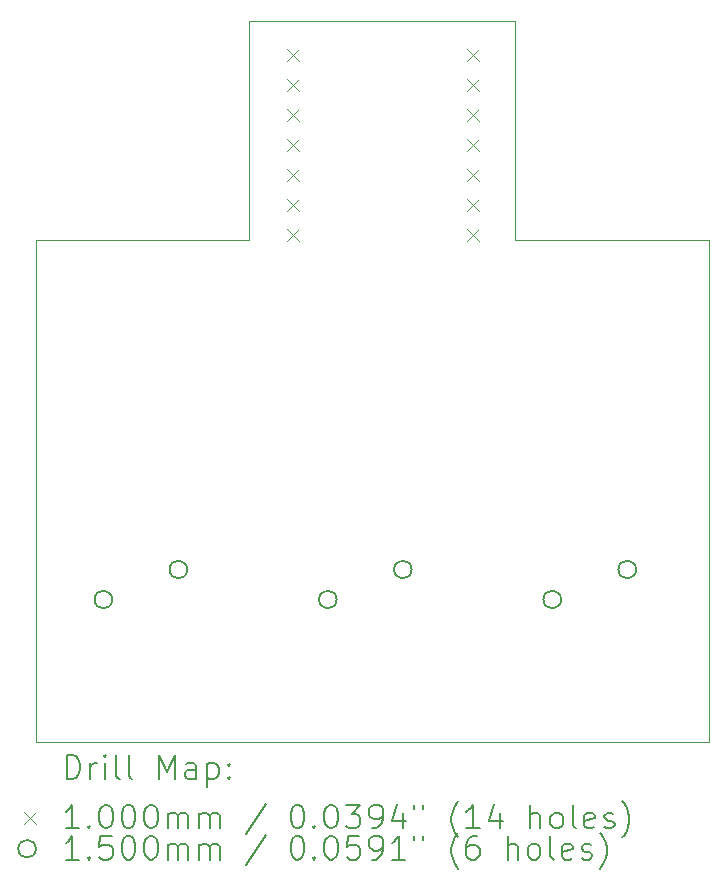
<source format=gbr>
%TF.GenerationSoftware,KiCad,Pcbnew,8.0.5*%
%TF.CreationDate,2024-10-21T21:34:44-05:00*%
%TF.ProjectId,macropad,6d616372-6f70-4616-942e-6b696361645f,rev?*%
%TF.SameCoordinates,Original*%
%TF.FileFunction,Drillmap*%
%TF.FilePolarity,Positive*%
%FSLAX45Y45*%
G04 Gerber Fmt 4.5, Leading zero omitted, Abs format (unit mm)*
G04 Created by KiCad (PCBNEW 8.0.5) date 2024-10-21 21:34:44*
%MOMM*%
%LPD*%
G01*
G04 APERTURE LIST*
%ADD10C,0.050000*%
%ADD11C,0.200000*%
%ADD12C,0.100000*%
%ADD13C,0.150000*%
G04 APERTURE END LIST*
D10*
X16850000Y-11400000D02*
X16850000Y-7150000D01*
X12950000Y-5300000D02*
X12950000Y-7150000D01*
X11150000Y-11400000D02*
X11150000Y-7150000D01*
X12950000Y-7150000D02*
X11150000Y-7150000D01*
X15200000Y-7150000D02*
X15200000Y-5300000D01*
X16850000Y-7150000D02*
X15200000Y-7150000D01*
X15200000Y-5300000D02*
X12950000Y-5300000D01*
X11150000Y-11400000D02*
X16850000Y-11400000D01*
D11*
D12*
X13275000Y-5538000D02*
X13375000Y-5638000D01*
X13375000Y-5538000D02*
X13275000Y-5638000D01*
X13275000Y-5792000D02*
X13375000Y-5892000D01*
X13375000Y-5792000D02*
X13275000Y-5892000D01*
X13275000Y-6046000D02*
X13375000Y-6146000D01*
X13375000Y-6046000D02*
X13275000Y-6146000D01*
X13275000Y-6300000D02*
X13375000Y-6400000D01*
X13375000Y-6300000D02*
X13275000Y-6400000D01*
X13275000Y-6554000D02*
X13375000Y-6654000D01*
X13375000Y-6554000D02*
X13275000Y-6654000D01*
X13275000Y-6808000D02*
X13375000Y-6908000D01*
X13375000Y-6808000D02*
X13275000Y-6908000D01*
X13275000Y-7062000D02*
X13375000Y-7162000D01*
X13375000Y-7062000D02*
X13275000Y-7162000D01*
X14800000Y-5538000D02*
X14900000Y-5638000D01*
X14900000Y-5538000D02*
X14800000Y-5638000D01*
X14800000Y-5792000D02*
X14900000Y-5892000D01*
X14900000Y-5792000D02*
X14800000Y-5892000D01*
X14800000Y-6046000D02*
X14900000Y-6146000D01*
X14900000Y-6046000D02*
X14800000Y-6146000D01*
X14800000Y-6300000D02*
X14900000Y-6400000D01*
X14900000Y-6300000D02*
X14800000Y-6400000D01*
X14800000Y-6554000D02*
X14900000Y-6654000D01*
X14900000Y-6554000D02*
X14800000Y-6654000D01*
X14800000Y-6808000D02*
X14900000Y-6908000D01*
X14900000Y-6808000D02*
X14800000Y-6908000D01*
X14800000Y-7062000D02*
X14900000Y-7162000D01*
X14900000Y-7062000D02*
X14800000Y-7162000D01*
D13*
X11794000Y-10196000D02*
G75*
G02*
X11644000Y-10196000I-75000J0D01*
G01*
X11644000Y-10196000D02*
G75*
G02*
X11794000Y-10196000I75000J0D01*
G01*
X12429000Y-9942000D02*
G75*
G02*
X12279000Y-9942000I-75000J0D01*
G01*
X12279000Y-9942000D02*
G75*
G02*
X12429000Y-9942000I75000J0D01*
G01*
X13694000Y-10196000D02*
G75*
G02*
X13544000Y-10196000I-75000J0D01*
G01*
X13544000Y-10196000D02*
G75*
G02*
X13694000Y-10196000I75000J0D01*
G01*
X14329000Y-9942000D02*
G75*
G02*
X14179000Y-9942000I-75000J0D01*
G01*
X14179000Y-9942000D02*
G75*
G02*
X14329000Y-9942000I75000J0D01*
G01*
X15594000Y-10196000D02*
G75*
G02*
X15444000Y-10196000I-75000J0D01*
G01*
X15444000Y-10196000D02*
G75*
G02*
X15594000Y-10196000I75000J0D01*
G01*
X16229000Y-9942000D02*
G75*
G02*
X16079000Y-9942000I-75000J0D01*
G01*
X16079000Y-9942000D02*
G75*
G02*
X16229000Y-9942000I75000J0D01*
G01*
D11*
X11408277Y-11713984D02*
X11408277Y-11513984D01*
X11408277Y-11513984D02*
X11455896Y-11513984D01*
X11455896Y-11513984D02*
X11484467Y-11523508D01*
X11484467Y-11523508D02*
X11503515Y-11542555D01*
X11503515Y-11542555D02*
X11513039Y-11561603D01*
X11513039Y-11561603D02*
X11522562Y-11599698D01*
X11522562Y-11599698D02*
X11522562Y-11628269D01*
X11522562Y-11628269D02*
X11513039Y-11666365D01*
X11513039Y-11666365D02*
X11503515Y-11685412D01*
X11503515Y-11685412D02*
X11484467Y-11704460D01*
X11484467Y-11704460D02*
X11455896Y-11713984D01*
X11455896Y-11713984D02*
X11408277Y-11713984D01*
X11608277Y-11713984D02*
X11608277Y-11580650D01*
X11608277Y-11618746D02*
X11617801Y-11599698D01*
X11617801Y-11599698D02*
X11627324Y-11590174D01*
X11627324Y-11590174D02*
X11646372Y-11580650D01*
X11646372Y-11580650D02*
X11665420Y-11580650D01*
X11732086Y-11713984D02*
X11732086Y-11580650D01*
X11732086Y-11513984D02*
X11722562Y-11523508D01*
X11722562Y-11523508D02*
X11732086Y-11533031D01*
X11732086Y-11533031D02*
X11741610Y-11523508D01*
X11741610Y-11523508D02*
X11732086Y-11513984D01*
X11732086Y-11513984D02*
X11732086Y-11533031D01*
X11855896Y-11713984D02*
X11836848Y-11704460D01*
X11836848Y-11704460D02*
X11827324Y-11685412D01*
X11827324Y-11685412D02*
X11827324Y-11513984D01*
X11960658Y-11713984D02*
X11941610Y-11704460D01*
X11941610Y-11704460D02*
X11932086Y-11685412D01*
X11932086Y-11685412D02*
X11932086Y-11513984D01*
X12189229Y-11713984D02*
X12189229Y-11513984D01*
X12189229Y-11513984D02*
X12255896Y-11656841D01*
X12255896Y-11656841D02*
X12322562Y-11513984D01*
X12322562Y-11513984D02*
X12322562Y-11713984D01*
X12503515Y-11713984D02*
X12503515Y-11609222D01*
X12503515Y-11609222D02*
X12493991Y-11590174D01*
X12493991Y-11590174D02*
X12474943Y-11580650D01*
X12474943Y-11580650D02*
X12436848Y-11580650D01*
X12436848Y-11580650D02*
X12417801Y-11590174D01*
X12503515Y-11704460D02*
X12484467Y-11713984D01*
X12484467Y-11713984D02*
X12436848Y-11713984D01*
X12436848Y-11713984D02*
X12417801Y-11704460D01*
X12417801Y-11704460D02*
X12408277Y-11685412D01*
X12408277Y-11685412D02*
X12408277Y-11666365D01*
X12408277Y-11666365D02*
X12417801Y-11647317D01*
X12417801Y-11647317D02*
X12436848Y-11637793D01*
X12436848Y-11637793D02*
X12484467Y-11637793D01*
X12484467Y-11637793D02*
X12503515Y-11628269D01*
X12598753Y-11580650D02*
X12598753Y-11780650D01*
X12598753Y-11590174D02*
X12617801Y-11580650D01*
X12617801Y-11580650D02*
X12655896Y-11580650D01*
X12655896Y-11580650D02*
X12674943Y-11590174D01*
X12674943Y-11590174D02*
X12684467Y-11599698D01*
X12684467Y-11599698D02*
X12693991Y-11618746D01*
X12693991Y-11618746D02*
X12693991Y-11675888D01*
X12693991Y-11675888D02*
X12684467Y-11694936D01*
X12684467Y-11694936D02*
X12674943Y-11704460D01*
X12674943Y-11704460D02*
X12655896Y-11713984D01*
X12655896Y-11713984D02*
X12617801Y-11713984D01*
X12617801Y-11713984D02*
X12598753Y-11704460D01*
X12779705Y-11694936D02*
X12789229Y-11704460D01*
X12789229Y-11704460D02*
X12779705Y-11713984D01*
X12779705Y-11713984D02*
X12770182Y-11704460D01*
X12770182Y-11704460D02*
X12779705Y-11694936D01*
X12779705Y-11694936D02*
X12779705Y-11713984D01*
X12779705Y-11590174D02*
X12789229Y-11599698D01*
X12789229Y-11599698D02*
X12779705Y-11609222D01*
X12779705Y-11609222D02*
X12770182Y-11599698D01*
X12770182Y-11599698D02*
X12779705Y-11590174D01*
X12779705Y-11590174D02*
X12779705Y-11609222D01*
D12*
X11047500Y-11992500D02*
X11147500Y-12092500D01*
X11147500Y-11992500D02*
X11047500Y-12092500D01*
D11*
X11513039Y-12133984D02*
X11398753Y-12133984D01*
X11455896Y-12133984D02*
X11455896Y-11933984D01*
X11455896Y-11933984D02*
X11436848Y-11962555D01*
X11436848Y-11962555D02*
X11417801Y-11981603D01*
X11417801Y-11981603D02*
X11398753Y-11991127D01*
X11598753Y-12114936D02*
X11608277Y-12124460D01*
X11608277Y-12124460D02*
X11598753Y-12133984D01*
X11598753Y-12133984D02*
X11589229Y-12124460D01*
X11589229Y-12124460D02*
X11598753Y-12114936D01*
X11598753Y-12114936D02*
X11598753Y-12133984D01*
X11732086Y-11933984D02*
X11751134Y-11933984D01*
X11751134Y-11933984D02*
X11770182Y-11943508D01*
X11770182Y-11943508D02*
X11779705Y-11953031D01*
X11779705Y-11953031D02*
X11789229Y-11972079D01*
X11789229Y-11972079D02*
X11798753Y-12010174D01*
X11798753Y-12010174D02*
X11798753Y-12057793D01*
X11798753Y-12057793D02*
X11789229Y-12095888D01*
X11789229Y-12095888D02*
X11779705Y-12114936D01*
X11779705Y-12114936D02*
X11770182Y-12124460D01*
X11770182Y-12124460D02*
X11751134Y-12133984D01*
X11751134Y-12133984D02*
X11732086Y-12133984D01*
X11732086Y-12133984D02*
X11713039Y-12124460D01*
X11713039Y-12124460D02*
X11703515Y-12114936D01*
X11703515Y-12114936D02*
X11693991Y-12095888D01*
X11693991Y-12095888D02*
X11684467Y-12057793D01*
X11684467Y-12057793D02*
X11684467Y-12010174D01*
X11684467Y-12010174D02*
X11693991Y-11972079D01*
X11693991Y-11972079D02*
X11703515Y-11953031D01*
X11703515Y-11953031D02*
X11713039Y-11943508D01*
X11713039Y-11943508D02*
X11732086Y-11933984D01*
X11922562Y-11933984D02*
X11941610Y-11933984D01*
X11941610Y-11933984D02*
X11960658Y-11943508D01*
X11960658Y-11943508D02*
X11970182Y-11953031D01*
X11970182Y-11953031D02*
X11979705Y-11972079D01*
X11979705Y-11972079D02*
X11989229Y-12010174D01*
X11989229Y-12010174D02*
X11989229Y-12057793D01*
X11989229Y-12057793D02*
X11979705Y-12095888D01*
X11979705Y-12095888D02*
X11970182Y-12114936D01*
X11970182Y-12114936D02*
X11960658Y-12124460D01*
X11960658Y-12124460D02*
X11941610Y-12133984D01*
X11941610Y-12133984D02*
X11922562Y-12133984D01*
X11922562Y-12133984D02*
X11903515Y-12124460D01*
X11903515Y-12124460D02*
X11893991Y-12114936D01*
X11893991Y-12114936D02*
X11884467Y-12095888D01*
X11884467Y-12095888D02*
X11874943Y-12057793D01*
X11874943Y-12057793D02*
X11874943Y-12010174D01*
X11874943Y-12010174D02*
X11884467Y-11972079D01*
X11884467Y-11972079D02*
X11893991Y-11953031D01*
X11893991Y-11953031D02*
X11903515Y-11943508D01*
X11903515Y-11943508D02*
X11922562Y-11933984D01*
X12113039Y-11933984D02*
X12132086Y-11933984D01*
X12132086Y-11933984D02*
X12151134Y-11943508D01*
X12151134Y-11943508D02*
X12160658Y-11953031D01*
X12160658Y-11953031D02*
X12170182Y-11972079D01*
X12170182Y-11972079D02*
X12179705Y-12010174D01*
X12179705Y-12010174D02*
X12179705Y-12057793D01*
X12179705Y-12057793D02*
X12170182Y-12095888D01*
X12170182Y-12095888D02*
X12160658Y-12114936D01*
X12160658Y-12114936D02*
X12151134Y-12124460D01*
X12151134Y-12124460D02*
X12132086Y-12133984D01*
X12132086Y-12133984D02*
X12113039Y-12133984D01*
X12113039Y-12133984D02*
X12093991Y-12124460D01*
X12093991Y-12124460D02*
X12084467Y-12114936D01*
X12084467Y-12114936D02*
X12074943Y-12095888D01*
X12074943Y-12095888D02*
X12065420Y-12057793D01*
X12065420Y-12057793D02*
X12065420Y-12010174D01*
X12065420Y-12010174D02*
X12074943Y-11972079D01*
X12074943Y-11972079D02*
X12084467Y-11953031D01*
X12084467Y-11953031D02*
X12093991Y-11943508D01*
X12093991Y-11943508D02*
X12113039Y-11933984D01*
X12265420Y-12133984D02*
X12265420Y-12000650D01*
X12265420Y-12019698D02*
X12274943Y-12010174D01*
X12274943Y-12010174D02*
X12293991Y-12000650D01*
X12293991Y-12000650D02*
X12322563Y-12000650D01*
X12322563Y-12000650D02*
X12341610Y-12010174D01*
X12341610Y-12010174D02*
X12351134Y-12029222D01*
X12351134Y-12029222D02*
X12351134Y-12133984D01*
X12351134Y-12029222D02*
X12360658Y-12010174D01*
X12360658Y-12010174D02*
X12379705Y-12000650D01*
X12379705Y-12000650D02*
X12408277Y-12000650D01*
X12408277Y-12000650D02*
X12427324Y-12010174D01*
X12427324Y-12010174D02*
X12436848Y-12029222D01*
X12436848Y-12029222D02*
X12436848Y-12133984D01*
X12532086Y-12133984D02*
X12532086Y-12000650D01*
X12532086Y-12019698D02*
X12541610Y-12010174D01*
X12541610Y-12010174D02*
X12560658Y-12000650D01*
X12560658Y-12000650D02*
X12589229Y-12000650D01*
X12589229Y-12000650D02*
X12608277Y-12010174D01*
X12608277Y-12010174D02*
X12617801Y-12029222D01*
X12617801Y-12029222D02*
X12617801Y-12133984D01*
X12617801Y-12029222D02*
X12627324Y-12010174D01*
X12627324Y-12010174D02*
X12646372Y-12000650D01*
X12646372Y-12000650D02*
X12674943Y-12000650D01*
X12674943Y-12000650D02*
X12693991Y-12010174D01*
X12693991Y-12010174D02*
X12703515Y-12029222D01*
X12703515Y-12029222D02*
X12703515Y-12133984D01*
X13093991Y-11924460D02*
X12922563Y-12181603D01*
X13351134Y-11933984D02*
X13370182Y-11933984D01*
X13370182Y-11933984D02*
X13389229Y-11943508D01*
X13389229Y-11943508D02*
X13398753Y-11953031D01*
X13398753Y-11953031D02*
X13408277Y-11972079D01*
X13408277Y-11972079D02*
X13417801Y-12010174D01*
X13417801Y-12010174D02*
X13417801Y-12057793D01*
X13417801Y-12057793D02*
X13408277Y-12095888D01*
X13408277Y-12095888D02*
X13398753Y-12114936D01*
X13398753Y-12114936D02*
X13389229Y-12124460D01*
X13389229Y-12124460D02*
X13370182Y-12133984D01*
X13370182Y-12133984D02*
X13351134Y-12133984D01*
X13351134Y-12133984D02*
X13332086Y-12124460D01*
X13332086Y-12124460D02*
X13322563Y-12114936D01*
X13322563Y-12114936D02*
X13313039Y-12095888D01*
X13313039Y-12095888D02*
X13303515Y-12057793D01*
X13303515Y-12057793D02*
X13303515Y-12010174D01*
X13303515Y-12010174D02*
X13313039Y-11972079D01*
X13313039Y-11972079D02*
X13322563Y-11953031D01*
X13322563Y-11953031D02*
X13332086Y-11943508D01*
X13332086Y-11943508D02*
X13351134Y-11933984D01*
X13503515Y-12114936D02*
X13513039Y-12124460D01*
X13513039Y-12124460D02*
X13503515Y-12133984D01*
X13503515Y-12133984D02*
X13493991Y-12124460D01*
X13493991Y-12124460D02*
X13503515Y-12114936D01*
X13503515Y-12114936D02*
X13503515Y-12133984D01*
X13636848Y-11933984D02*
X13655896Y-11933984D01*
X13655896Y-11933984D02*
X13674944Y-11943508D01*
X13674944Y-11943508D02*
X13684467Y-11953031D01*
X13684467Y-11953031D02*
X13693991Y-11972079D01*
X13693991Y-11972079D02*
X13703515Y-12010174D01*
X13703515Y-12010174D02*
X13703515Y-12057793D01*
X13703515Y-12057793D02*
X13693991Y-12095888D01*
X13693991Y-12095888D02*
X13684467Y-12114936D01*
X13684467Y-12114936D02*
X13674944Y-12124460D01*
X13674944Y-12124460D02*
X13655896Y-12133984D01*
X13655896Y-12133984D02*
X13636848Y-12133984D01*
X13636848Y-12133984D02*
X13617801Y-12124460D01*
X13617801Y-12124460D02*
X13608277Y-12114936D01*
X13608277Y-12114936D02*
X13598753Y-12095888D01*
X13598753Y-12095888D02*
X13589229Y-12057793D01*
X13589229Y-12057793D02*
X13589229Y-12010174D01*
X13589229Y-12010174D02*
X13598753Y-11972079D01*
X13598753Y-11972079D02*
X13608277Y-11953031D01*
X13608277Y-11953031D02*
X13617801Y-11943508D01*
X13617801Y-11943508D02*
X13636848Y-11933984D01*
X13770182Y-11933984D02*
X13893991Y-11933984D01*
X13893991Y-11933984D02*
X13827325Y-12010174D01*
X13827325Y-12010174D02*
X13855896Y-12010174D01*
X13855896Y-12010174D02*
X13874944Y-12019698D01*
X13874944Y-12019698D02*
X13884467Y-12029222D01*
X13884467Y-12029222D02*
X13893991Y-12048269D01*
X13893991Y-12048269D02*
X13893991Y-12095888D01*
X13893991Y-12095888D02*
X13884467Y-12114936D01*
X13884467Y-12114936D02*
X13874944Y-12124460D01*
X13874944Y-12124460D02*
X13855896Y-12133984D01*
X13855896Y-12133984D02*
X13798753Y-12133984D01*
X13798753Y-12133984D02*
X13779706Y-12124460D01*
X13779706Y-12124460D02*
X13770182Y-12114936D01*
X13989229Y-12133984D02*
X14027325Y-12133984D01*
X14027325Y-12133984D02*
X14046372Y-12124460D01*
X14046372Y-12124460D02*
X14055896Y-12114936D01*
X14055896Y-12114936D02*
X14074944Y-12086365D01*
X14074944Y-12086365D02*
X14084467Y-12048269D01*
X14084467Y-12048269D02*
X14084467Y-11972079D01*
X14084467Y-11972079D02*
X14074944Y-11953031D01*
X14074944Y-11953031D02*
X14065420Y-11943508D01*
X14065420Y-11943508D02*
X14046372Y-11933984D01*
X14046372Y-11933984D02*
X14008277Y-11933984D01*
X14008277Y-11933984D02*
X13989229Y-11943508D01*
X13989229Y-11943508D02*
X13979706Y-11953031D01*
X13979706Y-11953031D02*
X13970182Y-11972079D01*
X13970182Y-11972079D02*
X13970182Y-12019698D01*
X13970182Y-12019698D02*
X13979706Y-12038746D01*
X13979706Y-12038746D02*
X13989229Y-12048269D01*
X13989229Y-12048269D02*
X14008277Y-12057793D01*
X14008277Y-12057793D02*
X14046372Y-12057793D01*
X14046372Y-12057793D02*
X14065420Y-12048269D01*
X14065420Y-12048269D02*
X14074944Y-12038746D01*
X14074944Y-12038746D02*
X14084467Y-12019698D01*
X14255896Y-12000650D02*
X14255896Y-12133984D01*
X14208277Y-11924460D02*
X14160658Y-12067317D01*
X14160658Y-12067317D02*
X14284467Y-12067317D01*
X14351134Y-11933984D02*
X14351134Y-11972079D01*
X14427325Y-11933984D02*
X14427325Y-11972079D01*
X14722563Y-12210174D02*
X14713039Y-12200650D01*
X14713039Y-12200650D02*
X14693991Y-12172079D01*
X14693991Y-12172079D02*
X14684468Y-12153031D01*
X14684468Y-12153031D02*
X14674944Y-12124460D01*
X14674944Y-12124460D02*
X14665420Y-12076841D01*
X14665420Y-12076841D02*
X14665420Y-12038746D01*
X14665420Y-12038746D02*
X14674944Y-11991127D01*
X14674944Y-11991127D02*
X14684468Y-11962555D01*
X14684468Y-11962555D02*
X14693991Y-11943508D01*
X14693991Y-11943508D02*
X14713039Y-11914936D01*
X14713039Y-11914936D02*
X14722563Y-11905412D01*
X14903515Y-12133984D02*
X14789229Y-12133984D01*
X14846372Y-12133984D02*
X14846372Y-11933984D01*
X14846372Y-11933984D02*
X14827325Y-11962555D01*
X14827325Y-11962555D02*
X14808277Y-11981603D01*
X14808277Y-11981603D02*
X14789229Y-11991127D01*
X15074944Y-12000650D02*
X15074944Y-12133984D01*
X15027325Y-11924460D02*
X14979706Y-12067317D01*
X14979706Y-12067317D02*
X15103515Y-12067317D01*
X15332087Y-12133984D02*
X15332087Y-11933984D01*
X15417801Y-12133984D02*
X15417801Y-12029222D01*
X15417801Y-12029222D02*
X15408277Y-12010174D01*
X15408277Y-12010174D02*
X15389230Y-12000650D01*
X15389230Y-12000650D02*
X15360658Y-12000650D01*
X15360658Y-12000650D02*
X15341610Y-12010174D01*
X15341610Y-12010174D02*
X15332087Y-12019698D01*
X15541610Y-12133984D02*
X15522563Y-12124460D01*
X15522563Y-12124460D02*
X15513039Y-12114936D01*
X15513039Y-12114936D02*
X15503515Y-12095888D01*
X15503515Y-12095888D02*
X15503515Y-12038746D01*
X15503515Y-12038746D02*
X15513039Y-12019698D01*
X15513039Y-12019698D02*
X15522563Y-12010174D01*
X15522563Y-12010174D02*
X15541610Y-12000650D01*
X15541610Y-12000650D02*
X15570182Y-12000650D01*
X15570182Y-12000650D02*
X15589230Y-12010174D01*
X15589230Y-12010174D02*
X15598753Y-12019698D01*
X15598753Y-12019698D02*
X15608277Y-12038746D01*
X15608277Y-12038746D02*
X15608277Y-12095888D01*
X15608277Y-12095888D02*
X15598753Y-12114936D01*
X15598753Y-12114936D02*
X15589230Y-12124460D01*
X15589230Y-12124460D02*
X15570182Y-12133984D01*
X15570182Y-12133984D02*
X15541610Y-12133984D01*
X15722563Y-12133984D02*
X15703515Y-12124460D01*
X15703515Y-12124460D02*
X15693991Y-12105412D01*
X15693991Y-12105412D02*
X15693991Y-11933984D01*
X15874944Y-12124460D02*
X15855896Y-12133984D01*
X15855896Y-12133984D02*
X15817801Y-12133984D01*
X15817801Y-12133984D02*
X15798753Y-12124460D01*
X15798753Y-12124460D02*
X15789230Y-12105412D01*
X15789230Y-12105412D02*
X15789230Y-12029222D01*
X15789230Y-12029222D02*
X15798753Y-12010174D01*
X15798753Y-12010174D02*
X15817801Y-12000650D01*
X15817801Y-12000650D02*
X15855896Y-12000650D01*
X15855896Y-12000650D02*
X15874944Y-12010174D01*
X15874944Y-12010174D02*
X15884468Y-12029222D01*
X15884468Y-12029222D02*
X15884468Y-12048269D01*
X15884468Y-12048269D02*
X15789230Y-12067317D01*
X15960658Y-12124460D02*
X15979706Y-12133984D01*
X15979706Y-12133984D02*
X16017801Y-12133984D01*
X16017801Y-12133984D02*
X16036849Y-12124460D01*
X16036849Y-12124460D02*
X16046372Y-12105412D01*
X16046372Y-12105412D02*
X16046372Y-12095888D01*
X16046372Y-12095888D02*
X16036849Y-12076841D01*
X16036849Y-12076841D02*
X16017801Y-12067317D01*
X16017801Y-12067317D02*
X15989230Y-12067317D01*
X15989230Y-12067317D02*
X15970182Y-12057793D01*
X15970182Y-12057793D02*
X15960658Y-12038746D01*
X15960658Y-12038746D02*
X15960658Y-12029222D01*
X15960658Y-12029222D02*
X15970182Y-12010174D01*
X15970182Y-12010174D02*
X15989230Y-12000650D01*
X15989230Y-12000650D02*
X16017801Y-12000650D01*
X16017801Y-12000650D02*
X16036849Y-12010174D01*
X16113039Y-12210174D02*
X16122563Y-12200650D01*
X16122563Y-12200650D02*
X16141611Y-12172079D01*
X16141611Y-12172079D02*
X16151134Y-12153031D01*
X16151134Y-12153031D02*
X16160658Y-12124460D01*
X16160658Y-12124460D02*
X16170182Y-12076841D01*
X16170182Y-12076841D02*
X16170182Y-12038746D01*
X16170182Y-12038746D02*
X16160658Y-11991127D01*
X16160658Y-11991127D02*
X16151134Y-11962555D01*
X16151134Y-11962555D02*
X16141611Y-11943508D01*
X16141611Y-11943508D02*
X16122563Y-11914936D01*
X16122563Y-11914936D02*
X16113039Y-11905412D01*
D13*
X11147500Y-12306500D02*
G75*
G02*
X10997500Y-12306500I-75000J0D01*
G01*
X10997500Y-12306500D02*
G75*
G02*
X11147500Y-12306500I75000J0D01*
G01*
D11*
X11513039Y-12397984D02*
X11398753Y-12397984D01*
X11455896Y-12397984D02*
X11455896Y-12197984D01*
X11455896Y-12197984D02*
X11436848Y-12226555D01*
X11436848Y-12226555D02*
X11417801Y-12245603D01*
X11417801Y-12245603D02*
X11398753Y-12255127D01*
X11598753Y-12378936D02*
X11608277Y-12388460D01*
X11608277Y-12388460D02*
X11598753Y-12397984D01*
X11598753Y-12397984D02*
X11589229Y-12388460D01*
X11589229Y-12388460D02*
X11598753Y-12378936D01*
X11598753Y-12378936D02*
X11598753Y-12397984D01*
X11789229Y-12197984D02*
X11693991Y-12197984D01*
X11693991Y-12197984D02*
X11684467Y-12293222D01*
X11684467Y-12293222D02*
X11693991Y-12283698D01*
X11693991Y-12283698D02*
X11713039Y-12274174D01*
X11713039Y-12274174D02*
X11760658Y-12274174D01*
X11760658Y-12274174D02*
X11779705Y-12283698D01*
X11779705Y-12283698D02*
X11789229Y-12293222D01*
X11789229Y-12293222D02*
X11798753Y-12312269D01*
X11798753Y-12312269D02*
X11798753Y-12359888D01*
X11798753Y-12359888D02*
X11789229Y-12378936D01*
X11789229Y-12378936D02*
X11779705Y-12388460D01*
X11779705Y-12388460D02*
X11760658Y-12397984D01*
X11760658Y-12397984D02*
X11713039Y-12397984D01*
X11713039Y-12397984D02*
X11693991Y-12388460D01*
X11693991Y-12388460D02*
X11684467Y-12378936D01*
X11922562Y-12197984D02*
X11941610Y-12197984D01*
X11941610Y-12197984D02*
X11960658Y-12207508D01*
X11960658Y-12207508D02*
X11970182Y-12217031D01*
X11970182Y-12217031D02*
X11979705Y-12236079D01*
X11979705Y-12236079D02*
X11989229Y-12274174D01*
X11989229Y-12274174D02*
X11989229Y-12321793D01*
X11989229Y-12321793D02*
X11979705Y-12359888D01*
X11979705Y-12359888D02*
X11970182Y-12378936D01*
X11970182Y-12378936D02*
X11960658Y-12388460D01*
X11960658Y-12388460D02*
X11941610Y-12397984D01*
X11941610Y-12397984D02*
X11922562Y-12397984D01*
X11922562Y-12397984D02*
X11903515Y-12388460D01*
X11903515Y-12388460D02*
X11893991Y-12378936D01*
X11893991Y-12378936D02*
X11884467Y-12359888D01*
X11884467Y-12359888D02*
X11874943Y-12321793D01*
X11874943Y-12321793D02*
X11874943Y-12274174D01*
X11874943Y-12274174D02*
X11884467Y-12236079D01*
X11884467Y-12236079D02*
X11893991Y-12217031D01*
X11893991Y-12217031D02*
X11903515Y-12207508D01*
X11903515Y-12207508D02*
X11922562Y-12197984D01*
X12113039Y-12197984D02*
X12132086Y-12197984D01*
X12132086Y-12197984D02*
X12151134Y-12207508D01*
X12151134Y-12207508D02*
X12160658Y-12217031D01*
X12160658Y-12217031D02*
X12170182Y-12236079D01*
X12170182Y-12236079D02*
X12179705Y-12274174D01*
X12179705Y-12274174D02*
X12179705Y-12321793D01*
X12179705Y-12321793D02*
X12170182Y-12359888D01*
X12170182Y-12359888D02*
X12160658Y-12378936D01*
X12160658Y-12378936D02*
X12151134Y-12388460D01*
X12151134Y-12388460D02*
X12132086Y-12397984D01*
X12132086Y-12397984D02*
X12113039Y-12397984D01*
X12113039Y-12397984D02*
X12093991Y-12388460D01*
X12093991Y-12388460D02*
X12084467Y-12378936D01*
X12084467Y-12378936D02*
X12074943Y-12359888D01*
X12074943Y-12359888D02*
X12065420Y-12321793D01*
X12065420Y-12321793D02*
X12065420Y-12274174D01*
X12065420Y-12274174D02*
X12074943Y-12236079D01*
X12074943Y-12236079D02*
X12084467Y-12217031D01*
X12084467Y-12217031D02*
X12093991Y-12207508D01*
X12093991Y-12207508D02*
X12113039Y-12197984D01*
X12265420Y-12397984D02*
X12265420Y-12264650D01*
X12265420Y-12283698D02*
X12274943Y-12274174D01*
X12274943Y-12274174D02*
X12293991Y-12264650D01*
X12293991Y-12264650D02*
X12322563Y-12264650D01*
X12322563Y-12264650D02*
X12341610Y-12274174D01*
X12341610Y-12274174D02*
X12351134Y-12293222D01*
X12351134Y-12293222D02*
X12351134Y-12397984D01*
X12351134Y-12293222D02*
X12360658Y-12274174D01*
X12360658Y-12274174D02*
X12379705Y-12264650D01*
X12379705Y-12264650D02*
X12408277Y-12264650D01*
X12408277Y-12264650D02*
X12427324Y-12274174D01*
X12427324Y-12274174D02*
X12436848Y-12293222D01*
X12436848Y-12293222D02*
X12436848Y-12397984D01*
X12532086Y-12397984D02*
X12532086Y-12264650D01*
X12532086Y-12283698D02*
X12541610Y-12274174D01*
X12541610Y-12274174D02*
X12560658Y-12264650D01*
X12560658Y-12264650D02*
X12589229Y-12264650D01*
X12589229Y-12264650D02*
X12608277Y-12274174D01*
X12608277Y-12274174D02*
X12617801Y-12293222D01*
X12617801Y-12293222D02*
X12617801Y-12397984D01*
X12617801Y-12293222D02*
X12627324Y-12274174D01*
X12627324Y-12274174D02*
X12646372Y-12264650D01*
X12646372Y-12264650D02*
X12674943Y-12264650D01*
X12674943Y-12264650D02*
X12693991Y-12274174D01*
X12693991Y-12274174D02*
X12703515Y-12293222D01*
X12703515Y-12293222D02*
X12703515Y-12397984D01*
X13093991Y-12188460D02*
X12922563Y-12445603D01*
X13351134Y-12197984D02*
X13370182Y-12197984D01*
X13370182Y-12197984D02*
X13389229Y-12207508D01*
X13389229Y-12207508D02*
X13398753Y-12217031D01*
X13398753Y-12217031D02*
X13408277Y-12236079D01*
X13408277Y-12236079D02*
X13417801Y-12274174D01*
X13417801Y-12274174D02*
X13417801Y-12321793D01*
X13417801Y-12321793D02*
X13408277Y-12359888D01*
X13408277Y-12359888D02*
X13398753Y-12378936D01*
X13398753Y-12378936D02*
X13389229Y-12388460D01*
X13389229Y-12388460D02*
X13370182Y-12397984D01*
X13370182Y-12397984D02*
X13351134Y-12397984D01*
X13351134Y-12397984D02*
X13332086Y-12388460D01*
X13332086Y-12388460D02*
X13322563Y-12378936D01*
X13322563Y-12378936D02*
X13313039Y-12359888D01*
X13313039Y-12359888D02*
X13303515Y-12321793D01*
X13303515Y-12321793D02*
X13303515Y-12274174D01*
X13303515Y-12274174D02*
X13313039Y-12236079D01*
X13313039Y-12236079D02*
X13322563Y-12217031D01*
X13322563Y-12217031D02*
X13332086Y-12207508D01*
X13332086Y-12207508D02*
X13351134Y-12197984D01*
X13503515Y-12378936D02*
X13513039Y-12388460D01*
X13513039Y-12388460D02*
X13503515Y-12397984D01*
X13503515Y-12397984D02*
X13493991Y-12388460D01*
X13493991Y-12388460D02*
X13503515Y-12378936D01*
X13503515Y-12378936D02*
X13503515Y-12397984D01*
X13636848Y-12197984D02*
X13655896Y-12197984D01*
X13655896Y-12197984D02*
X13674944Y-12207508D01*
X13674944Y-12207508D02*
X13684467Y-12217031D01*
X13684467Y-12217031D02*
X13693991Y-12236079D01*
X13693991Y-12236079D02*
X13703515Y-12274174D01*
X13703515Y-12274174D02*
X13703515Y-12321793D01*
X13703515Y-12321793D02*
X13693991Y-12359888D01*
X13693991Y-12359888D02*
X13684467Y-12378936D01*
X13684467Y-12378936D02*
X13674944Y-12388460D01*
X13674944Y-12388460D02*
X13655896Y-12397984D01*
X13655896Y-12397984D02*
X13636848Y-12397984D01*
X13636848Y-12397984D02*
X13617801Y-12388460D01*
X13617801Y-12388460D02*
X13608277Y-12378936D01*
X13608277Y-12378936D02*
X13598753Y-12359888D01*
X13598753Y-12359888D02*
X13589229Y-12321793D01*
X13589229Y-12321793D02*
X13589229Y-12274174D01*
X13589229Y-12274174D02*
X13598753Y-12236079D01*
X13598753Y-12236079D02*
X13608277Y-12217031D01*
X13608277Y-12217031D02*
X13617801Y-12207508D01*
X13617801Y-12207508D02*
X13636848Y-12197984D01*
X13884467Y-12197984D02*
X13789229Y-12197984D01*
X13789229Y-12197984D02*
X13779706Y-12293222D01*
X13779706Y-12293222D02*
X13789229Y-12283698D01*
X13789229Y-12283698D02*
X13808277Y-12274174D01*
X13808277Y-12274174D02*
X13855896Y-12274174D01*
X13855896Y-12274174D02*
X13874944Y-12283698D01*
X13874944Y-12283698D02*
X13884467Y-12293222D01*
X13884467Y-12293222D02*
X13893991Y-12312269D01*
X13893991Y-12312269D02*
X13893991Y-12359888D01*
X13893991Y-12359888D02*
X13884467Y-12378936D01*
X13884467Y-12378936D02*
X13874944Y-12388460D01*
X13874944Y-12388460D02*
X13855896Y-12397984D01*
X13855896Y-12397984D02*
X13808277Y-12397984D01*
X13808277Y-12397984D02*
X13789229Y-12388460D01*
X13789229Y-12388460D02*
X13779706Y-12378936D01*
X13989229Y-12397984D02*
X14027325Y-12397984D01*
X14027325Y-12397984D02*
X14046372Y-12388460D01*
X14046372Y-12388460D02*
X14055896Y-12378936D01*
X14055896Y-12378936D02*
X14074944Y-12350365D01*
X14074944Y-12350365D02*
X14084467Y-12312269D01*
X14084467Y-12312269D02*
X14084467Y-12236079D01*
X14084467Y-12236079D02*
X14074944Y-12217031D01*
X14074944Y-12217031D02*
X14065420Y-12207508D01*
X14065420Y-12207508D02*
X14046372Y-12197984D01*
X14046372Y-12197984D02*
X14008277Y-12197984D01*
X14008277Y-12197984D02*
X13989229Y-12207508D01*
X13989229Y-12207508D02*
X13979706Y-12217031D01*
X13979706Y-12217031D02*
X13970182Y-12236079D01*
X13970182Y-12236079D02*
X13970182Y-12283698D01*
X13970182Y-12283698D02*
X13979706Y-12302746D01*
X13979706Y-12302746D02*
X13989229Y-12312269D01*
X13989229Y-12312269D02*
X14008277Y-12321793D01*
X14008277Y-12321793D02*
X14046372Y-12321793D01*
X14046372Y-12321793D02*
X14065420Y-12312269D01*
X14065420Y-12312269D02*
X14074944Y-12302746D01*
X14074944Y-12302746D02*
X14084467Y-12283698D01*
X14274944Y-12397984D02*
X14160658Y-12397984D01*
X14217801Y-12397984D02*
X14217801Y-12197984D01*
X14217801Y-12197984D02*
X14198753Y-12226555D01*
X14198753Y-12226555D02*
X14179706Y-12245603D01*
X14179706Y-12245603D02*
X14160658Y-12255127D01*
X14351134Y-12197984D02*
X14351134Y-12236079D01*
X14427325Y-12197984D02*
X14427325Y-12236079D01*
X14722563Y-12474174D02*
X14713039Y-12464650D01*
X14713039Y-12464650D02*
X14693991Y-12436079D01*
X14693991Y-12436079D02*
X14684468Y-12417031D01*
X14684468Y-12417031D02*
X14674944Y-12388460D01*
X14674944Y-12388460D02*
X14665420Y-12340841D01*
X14665420Y-12340841D02*
X14665420Y-12302746D01*
X14665420Y-12302746D02*
X14674944Y-12255127D01*
X14674944Y-12255127D02*
X14684468Y-12226555D01*
X14684468Y-12226555D02*
X14693991Y-12207508D01*
X14693991Y-12207508D02*
X14713039Y-12178936D01*
X14713039Y-12178936D02*
X14722563Y-12169412D01*
X14884468Y-12197984D02*
X14846372Y-12197984D01*
X14846372Y-12197984D02*
X14827325Y-12207508D01*
X14827325Y-12207508D02*
X14817801Y-12217031D01*
X14817801Y-12217031D02*
X14798753Y-12245603D01*
X14798753Y-12245603D02*
X14789229Y-12283698D01*
X14789229Y-12283698D02*
X14789229Y-12359888D01*
X14789229Y-12359888D02*
X14798753Y-12378936D01*
X14798753Y-12378936D02*
X14808277Y-12388460D01*
X14808277Y-12388460D02*
X14827325Y-12397984D01*
X14827325Y-12397984D02*
X14865420Y-12397984D01*
X14865420Y-12397984D02*
X14884468Y-12388460D01*
X14884468Y-12388460D02*
X14893991Y-12378936D01*
X14893991Y-12378936D02*
X14903515Y-12359888D01*
X14903515Y-12359888D02*
X14903515Y-12312269D01*
X14903515Y-12312269D02*
X14893991Y-12293222D01*
X14893991Y-12293222D02*
X14884468Y-12283698D01*
X14884468Y-12283698D02*
X14865420Y-12274174D01*
X14865420Y-12274174D02*
X14827325Y-12274174D01*
X14827325Y-12274174D02*
X14808277Y-12283698D01*
X14808277Y-12283698D02*
X14798753Y-12293222D01*
X14798753Y-12293222D02*
X14789229Y-12312269D01*
X15141610Y-12397984D02*
X15141610Y-12197984D01*
X15227325Y-12397984D02*
X15227325Y-12293222D01*
X15227325Y-12293222D02*
X15217801Y-12274174D01*
X15217801Y-12274174D02*
X15198753Y-12264650D01*
X15198753Y-12264650D02*
X15170182Y-12264650D01*
X15170182Y-12264650D02*
X15151134Y-12274174D01*
X15151134Y-12274174D02*
X15141610Y-12283698D01*
X15351134Y-12397984D02*
X15332087Y-12388460D01*
X15332087Y-12388460D02*
X15322563Y-12378936D01*
X15322563Y-12378936D02*
X15313039Y-12359888D01*
X15313039Y-12359888D02*
X15313039Y-12302746D01*
X15313039Y-12302746D02*
X15322563Y-12283698D01*
X15322563Y-12283698D02*
X15332087Y-12274174D01*
X15332087Y-12274174D02*
X15351134Y-12264650D01*
X15351134Y-12264650D02*
X15379706Y-12264650D01*
X15379706Y-12264650D02*
X15398753Y-12274174D01*
X15398753Y-12274174D02*
X15408277Y-12283698D01*
X15408277Y-12283698D02*
X15417801Y-12302746D01*
X15417801Y-12302746D02*
X15417801Y-12359888D01*
X15417801Y-12359888D02*
X15408277Y-12378936D01*
X15408277Y-12378936D02*
X15398753Y-12388460D01*
X15398753Y-12388460D02*
X15379706Y-12397984D01*
X15379706Y-12397984D02*
X15351134Y-12397984D01*
X15532087Y-12397984D02*
X15513039Y-12388460D01*
X15513039Y-12388460D02*
X15503515Y-12369412D01*
X15503515Y-12369412D02*
X15503515Y-12197984D01*
X15684468Y-12388460D02*
X15665420Y-12397984D01*
X15665420Y-12397984D02*
X15627325Y-12397984D01*
X15627325Y-12397984D02*
X15608277Y-12388460D01*
X15608277Y-12388460D02*
X15598753Y-12369412D01*
X15598753Y-12369412D02*
X15598753Y-12293222D01*
X15598753Y-12293222D02*
X15608277Y-12274174D01*
X15608277Y-12274174D02*
X15627325Y-12264650D01*
X15627325Y-12264650D02*
X15665420Y-12264650D01*
X15665420Y-12264650D02*
X15684468Y-12274174D01*
X15684468Y-12274174D02*
X15693991Y-12293222D01*
X15693991Y-12293222D02*
X15693991Y-12312269D01*
X15693991Y-12312269D02*
X15598753Y-12331317D01*
X15770182Y-12388460D02*
X15789230Y-12397984D01*
X15789230Y-12397984D02*
X15827325Y-12397984D01*
X15827325Y-12397984D02*
X15846372Y-12388460D01*
X15846372Y-12388460D02*
X15855896Y-12369412D01*
X15855896Y-12369412D02*
X15855896Y-12359888D01*
X15855896Y-12359888D02*
X15846372Y-12340841D01*
X15846372Y-12340841D02*
X15827325Y-12331317D01*
X15827325Y-12331317D02*
X15798753Y-12331317D01*
X15798753Y-12331317D02*
X15779706Y-12321793D01*
X15779706Y-12321793D02*
X15770182Y-12302746D01*
X15770182Y-12302746D02*
X15770182Y-12293222D01*
X15770182Y-12293222D02*
X15779706Y-12274174D01*
X15779706Y-12274174D02*
X15798753Y-12264650D01*
X15798753Y-12264650D02*
X15827325Y-12264650D01*
X15827325Y-12264650D02*
X15846372Y-12274174D01*
X15922563Y-12474174D02*
X15932087Y-12464650D01*
X15932087Y-12464650D02*
X15951134Y-12436079D01*
X15951134Y-12436079D02*
X15960658Y-12417031D01*
X15960658Y-12417031D02*
X15970182Y-12388460D01*
X15970182Y-12388460D02*
X15979706Y-12340841D01*
X15979706Y-12340841D02*
X15979706Y-12302746D01*
X15979706Y-12302746D02*
X15970182Y-12255127D01*
X15970182Y-12255127D02*
X15960658Y-12226555D01*
X15960658Y-12226555D02*
X15951134Y-12207508D01*
X15951134Y-12207508D02*
X15932087Y-12178936D01*
X15932087Y-12178936D02*
X15922563Y-12169412D01*
M02*

</source>
